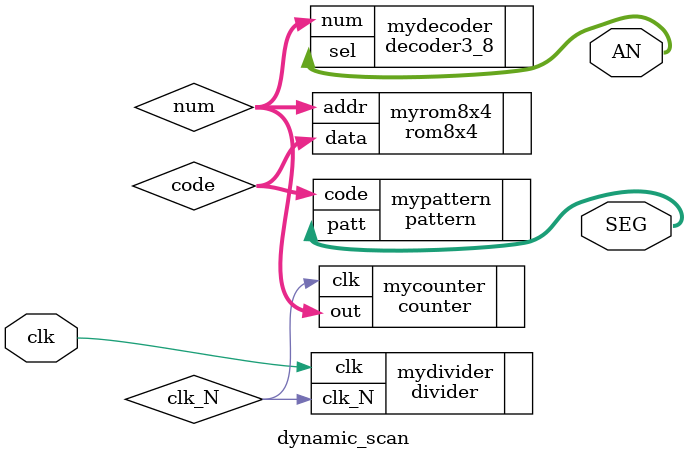
<source format=v>
module dynamic_scan(clk,  SEG, AN);
    input clk;              // ÏµÍ³Ê±ÖÓ
    output [7:0] SEG;  		// ·Ö±ð¶ÔÓ¦CA¡¢CB¡¢CC¡¢CD¡¢CE¡¢CF¡¢CGºÍDP
    output [7:0] AN;        // 8Î»ÊýÂë¹ÜÆ¬Ñ¡ÐÅºÅ
    wire clk_N;
    wire [2:0]num;
    wire [3:0]code;
    
    divider mydivider(.clk(clk), .clk_N(clk_N));
    counter mycounter(.clk(clk_N), .out(num));
    decoder3_8 mydecoder(.num(num), .sel(AN));
    rom8x4 myrom8x4(.addr(num), .data(code));
    pattern mypattern(.code(code), .patt(SEG));
    

// ¹¦ÄÜÊµÏÖ

endmodule
</source>
